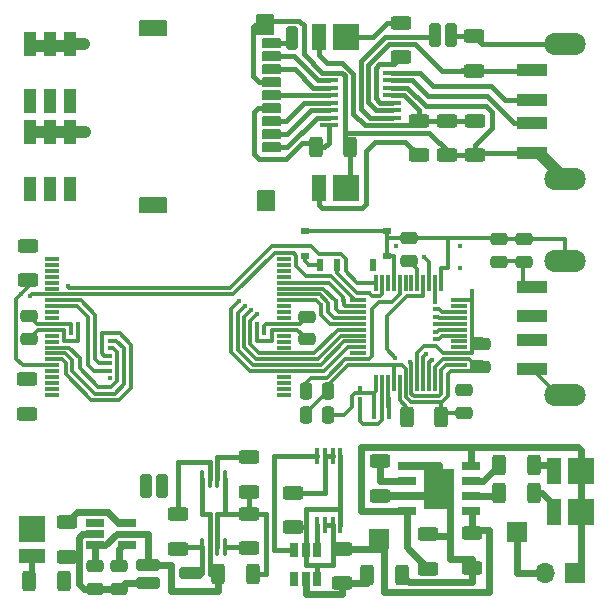
<source format=gbr>
%TF.GenerationSoftware,KiCad,Pcbnew,(6.0.5)*%
%TF.CreationDate,2023-08-07T21:45:28+03:00*%
%TF.ProjectId,JLC2,4a4c4332-2e6b-4696-9361-645f70636258,rev?*%
%TF.SameCoordinates,Original*%
%TF.FileFunction,Copper,L1,Top*%
%TF.FilePolarity,Positive*%
%FSLAX46Y46*%
G04 Gerber Fmt 4.6, Leading zero omitted, Abs format (unit mm)*
G04 Created by KiCad (PCBNEW (6.0.5)) date 2023-08-07 21:45:28*
%MOMM*%
%LPD*%
G01*
G04 APERTURE LIST*
G04 Aperture macros list*
%AMRoundRect*
0 Rectangle with rounded corners*
0 $1 Rounding radius*
0 $2 $3 $4 $5 $6 $7 $8 $9 X,Y pos of 4 corners*
0 Add a 4 corners polygon primitive as box body*
4,1,4,$2,$3,$4,$5,$6,$7,$8,$9,$2,$3,0*
0 Add four circle primitives for the rounded corners*
1,1,$1+$1,$2,$3*
1,1,$1+$1,$4,$5*
1,1,$1+$1,$6,$7*
1,1,$1+$1,$8,$9*
0 Add four rect primitives between the rounded corners*
20,1,$1+$1,$2,$3,$4,$5,0*
20,1,$1+$1,$4,$5,$6,$7,0*
20,1,$1+$1,$6,$7,$8,$9,0*
20,1,$1+$1,$8,$9,$2,$3,0*%
G04 Aperture macros list end*
%TA.AperFunction,EtchedComponent*%
%ADD10C,0.200000*%
%TD*%
%TA.AperFunction,SMDPad,CuDef*%
%ADD11RoundRect,0.250000X0.312500X0.625000X-0.312500X0.625000X-0.312500X-0.625000X0.312500X-0.625000X0*%
%TD*%
%TA.AperFunction,SMDPad,CuDef*%
%ADD12RoundRect,0.250000X0.625000X-0.312500X0.625000X0.312500X-0.625000X0.312500X-0.625000X-0.312500X0*%
%TD*%
%TA.AperFunction,SMDPad,CuDef*%
%ADD13R,1.560000X0.650000*%
%TD*%
%TA.AperFunction,SMDPad,CuDef*%
%ADD14RoundRect,0.250000X-0.475000X0.250000X-0.475000X-0.250000X0.475000X-0.250000X0.475000X0.250000X0*%
%TD*%
%TA.AperFunction,SMDPad,CuDef*%
%ADD15R,1.100000X2.000000*%
%TD*%
%TA.AperFunction,SMDPad,CuDef*%
%ADD16RoundRect,0.250000X-0.750000X0.250000X-0.750000X-0.250000X0.750000X-0.250000X0.750000X0.250000X0*%
%TD*%
%TA.AperFunction,SMDPad,CuDef*%
%ADD17RoundRect,0.250000X-0.250000X-0.475000X0.250000X-0.475000X0.250000X0.475000X-0.250000X0.475000X0*%
%TD*%
%TA.AperFunction,SMDPad,CuDef*%
%ADD18R,2.500000X1.100000*%
%TD*%
%TA.AperFunction,ComponentPad*%
%ADD19O,3.500000X1.900000*%
%TD*%
%TA.AperFunction,SMDPad,CuDef*%
%ADD20RoundRect,0.250000X-0.625000X0.312500X-0.625000X-0.312500X0.625000X-0.312500X0.625000X0.312500X0*%
%TD*%
%TA.AperFunction,SMDPad,CuDef*%
%ADD21R,1.525000X0.700000*%
%TD*%
%TA.AperFunction,SMDPad,CuDef*%
%ADD22R,2.513000X3.402000*%
%TD*%
%TA.AperFunction,SMDPad,CuDef*%
%ADD23RoundRect,0.100000X0.100000X-0.637500X0.100000X0.637500X-0.100000X0.637500X-0.100000X-0.637500X0*%
%TD*%
%TA.AperFunction,SMDPad,CuDef*%
%ADD24R,2.200000X2.200000*%
%TD*%
%TA.AperFunction,SMDPad,CuDef*%
%ADD25R,2.200000X1.250000*%
%TD*%
%TA.AperFunction,SMDPad,CuDef*%
%ADD26RoundRect,0.250000X0.250000X0.750000X-0.250000X0.750000X-0.250000X-0.750000X0.250000X-0.750000X0*%
%TD*%
%TA.AperFunction,SMDPad,CuDef*%
%ADD27RoundRect,0.250000X0.475000X-0.250000X0.475000X0.250000X-0.475000X0.250000X-0.475000X-0.250000X0*%
%TD*%
%TA.AperFunction,SMDPad,CuDef*%
%ADD28R,0.450000X1.475000*%
%TD*%
%TA.AperFunction,SMDPad,CuDef*%
%ADD29RoundRect,0.250000X-0.312500X-0.625000X0.312500X-0.625000X0.312500X0.625000X-0.312500X0.625000X0*%
%TD*%
%TA.AperFunction,SMDPad,CuDef*%
%ADD30R,1.500000X0.435000*%
%TD*%
%TA.AperFunction,ComponentPad*%
%ADD31R,1.700000X1.700000*%
%TD*%
%TA.AperFunction,SMDPad,CuDef*%
%ADD32R,1.250000X2.200000*%
%TD*%
%TA.AperFunction,SMDPad,CuDef*%
%ADD33RoundRect,0.250000X-0.250000X-0.750000X0.250000X-0.750000X0.250000X0.750000X-0.250000X0.750000X0*%
%TD*%
%TA.AperFunction,SMDPad,CuDef*%
%ADD34R,1.275000X0.300000*%
%TD*%
%TA.AperFunction,ComponentPad*%
%ADD35O,1.700000X1.700000*%
%TD*%
%TA.AperFunction,SMDPad,CuDef*%
%ADD36R,0.650000X1.200000*%
%TD*%
%TA.AperFunction,SMDPad,CuDef*%
%ADD37RoundRect,0.250000X0.250000X0.475000X-0.250000X0.475000X-0.250000X-0.475000X0.250000X-0.475000X0*%
%TD*%
%TA.AperFunction,SMDPad,CuDef*%
%ADD38R,0.300000X1.475000*%
%TD*%
%TA.AperFunction,SMDPad,CuDef*%
%ADD39R,1.475000X0.300000*%
%TD*%
%TA.AperFunction,SMDPad,CuDef*%
%ADD40R,0.500000X1.000000*%
%TD*%
%TA.AperFunction,SMDPad,CuDef*%
%ADD41R,0.800000X0.500000*%
%TD*%
%TA.AperFunction,SMDPad,CuDef*%
%ADD42R,0.400000X1.900000*%
%TD*%
%TA.AperFunction,ViaPad*%
%ADD43C,0.400000*%
%TD*%
%TA.AperFunction,ViaPad*%
%ADD44C,0.600000*%
%TD*%
%TA.AperFunction,ViaPad*%
%ADD45C,0.800000*%
%TD*%
%TA.AperFunction,Conductor*%
%ADD46C,0.400000*%
%TD*%
%TA.AperFunction,Conductor*%
%ADD47C,0.300000*%
%TD*%
%TA.AperFunction,Conductor*%
%ADD48C,0.450000*%
%TD*%
%TA.AperFunction,Conductor*%
%ADD49C,0.600000*%
%TD*%
%TA.AperFunction,Conductor*%
%ADD50C,0.500000*%
%TD*%
%TA.AperFunction,Conductor*%
%ADD51C,1.000000*%
%TD*%
%TA.AperFunction,Conductor*%
%ADD52C,0.700000*%
%TD*%
%TA.AperFunction,Conductor*%
%ADD53C,0.250000*%
%TD*%
G04 APERTURE END LIST*
D10*
%TO.C,*%
X120900000Y-66950000D02*
X119500000Y-66950000D01*
X119500000Y-66950000D02*
X119500000Y-67650000D01*
X119500000Y-67650000D02*
X120900000Y-67650000D01*
X120900000Y-67650000D02*
X120900000Y-66950000D01*
G36*
X120900000Y-66950000D02*
G01*
X119500000Y-66950000D01*
X119500000Y-67650000D01*
X120900000Y-67650000D01*
X120900000Y-66950000D01*
G37*
X120900000Y-70250000D02*
X119500000Y-70250000D01*
X119500000Y-70250000D02*
X119500000Y-70950000D01*
X119500000Y-70950000D02*
X120900000Y-70950000D01*
X120900000Y-70950000D02*
X120900000Y-70250000D01*
G36*
X120900000Y-70250000D02*
G01*
X119500000Y-70250000D01*
X119500000Y-70950000D01*
X120900000Y-70950000D01*
X120900000Y-70250000D01*
G37*
X120900000Y-69150000D02*
X119500000Y-69150000D01*
X119500000Y-69150000D02*
X119500000Y-69850000D01*
X119500000Y-69850000D02*
X120900000Y-69850000D01*
X120900000Y-69850000D02*
X120900000Y-69150000D01*
G36*
X120900000Y-69150000D02*
G01*
X119500000Y-69150000D01*
X119500000Y-69850000D01*
X120900000Y-69850000D01*
X120900000Y-69150000D01*
G37*
X120900000Y-68050000D02*
X119500000Y-68050000D01*
X119500000Y-68050000D02*
X119500000Y-68750000D01*
X119500000Y-68750000D02*
X120900000Y-68750000D01*
X120900000Y-68750000D02*
X120900000Y-68050000D01*
G36*
X120900000Y-68050000D02*
G01*
X119500000Y-68050000D01*
X119500000Y-68750000D01*
X120900000Y-68750000D01*
X120900000Y-68050000D01*
G37*
X120900000Y-65850000D02*
X119500000Y-65850000D01*
X119500000Y-65850000D02*
X119500000Y-66550000D01*
X119500000Y-66550000D02*
X120900000Y-66550000D01*
X120900000Y-66550000D02*
X120900000Y-65850000D01*
G36*
X120900000Y-65850000D02*
G01*
X119500000Y-65850000D01*
X119500000Y-66550000D01*
X120900000Y-66550000D01*
X120900000Y-65850000D01*
G37*
X111250000Y-61000000D02*
X109050000Y-61000000D01*
X109050000Y-61000000D02*
X109050000Y-62200000D01*
X109050000Y-62200000D02*
X111250000Y-62200000D01*
X111250000Y-62200000D02*
X111250000Y-61000000D01*
G36*
X111250000Y-61000000D02*
G01*
X109050000Y-61000000D01*
X109050000Y-62200000D01*
X111250000Y-62200000D01*
X111250000Y-61000000D01*
G37*
X120900000Y-71350000D02*
X119500000Y-71350000D01*
X119500000Y-71350000D02*
X119500000Y-72050000D01*
X119500000Y-72050000D02*
X120900000Y-72050000D01*
X120900000Y-72050000D02*
X120900000Y-71350000D01*
G36*
X120900000Y-71350000D02*
G01*
X119500000Y-71350000D01*
X119500000Y-72050000D01*
X120900000Y-72050000D01*
X120900000Y-71350000D01*
G37*
X111250000Y-76000000D02*
X109050000Y-76000000D01*
X109050000Y-76000000D02*
X109050000Y-77200000D01*
X109050000Y-77200000D02*
X111250000Y-77200000D01*
X111250000Y-77200000D02*
X111250000Y-76000000D01*
G36*
X111250000Y-76000000D02*
G01*
X109050000Y-76000000D01*
X109050000Y-77200000D01*
X111250000Y-77200000D01*
X111250000Y-76000000D01*
G37*
X120900000Y-63650000D02*
X119500000Y-63650000D01*
X119500000Y-63650000D02*
X119500000Y-64350000D01*
X119500000Y-64350000D02*
X120900000Y-64350000D01*
X120900000Y-64350000D02*
X120900000Y-63650000D01*
G36*
X120900000Y-63650000D02*
G01*
X119500000Y-63650000D01*
X119500000Y-64350000D01*
X120900000Y-64350000D01*
X120900000Y-63650000D01*
G37*
X120350000Y-60550000D02*
X118950000Y-60550000D01*
X118950000Y-60550000D02*
X118950000Y-62150000D01*
X118950000Y-62150000D02*
X120350000Y-62150000D01*
X120350000Y-62150000D02*
X120350000Y-60550000D01*
G36*
X120350000Y-60550000D02*
G01*
X118950000Y-60550000D01*
X118950000Y-62150000D01*
X120350000Y-62150000D01*
X120350000Y-60550000D01*
G37*
X120900000Y-64750000D02*
X119500000Y-64750000D01*
X119500000Y-64750000D02*
X119500000Y-65450000D01*
X119500000Y-65450000D02*
X120900000Y-65450000D01*
X120900000Y-65450000D02*
X120900000Y-64750000D01*
G36*
X120900000Y-64750000D02*
G01*
X119500000Y-64750000D01*
X119500000Y-65450000D01*
X120900000Y-65450000D01*
X120900000Y-64750000D01*
G37*
X120900000Y-62550000D02*
X119500000Y-62550000D01*
X119500000Y-62550000D02*
X119500000Y-63250000D01*
X119500000Y-63250000D02*
X120900000Y-63250000D01*
X120900000Y-63250000D02*
X120900000Y-62550000D01*
G36*
X120900000Y-62550000D02*
G01*
X119500000Y-62550000D01*
X119500000Y-63250000D01*
X120900000Y-63250000D01*
X120900000Y-62550000D01*
G37*
X120450000Y-75400000D02*
X119050000Y-75400000D01*
X119050000Y-75400000D02*
X119050000Y-77000000D01*
X119050000Y-77000000D02*
X120450000Y-77000000D01*
X120450000Y-77000000D02*
X120450000Y-75400000D01*
G36*
X120450000Y-75400000D02*
G01*
X119050000Y-75400000D01*
X119050000Y-77000000D01*
X120450000Y-77000000D01*
X120450000Y-75400000D01*
G37*
%TD*%
D11*
%TO.P,R1,1*%
%TO.N,N/C*%
X142402500Y-98593750D03*
%TO.P,R1,2*%
X139477500Y-98593750D03*
%TD*%
D12*
%TO.P,Rr,1*%
%TO.N,N/C*%
X112270000Y-105692500D03*
%TO.P,Rr,2*%
X112270000Y-102767500D03*
%TD*%
D13*
%TO.P,REF\u002A\u002A,1*%
%TO.N,N/C*%
X105252500Y-103510000D03*
%TO.P,REF\u002A\u002A,2*%
X105252500Y-104460000D03*
%TO.P,REF\u002A\u002A,3*%
X105252500Y-105410000D03*
%TO.P,REF\u002A\u002A,4*%
X107952500Y-105410000D03*
%TO.P,REF\u002A\u002A,5*%
X107952500Y-103510000D03*
%TD*%
D14*
%TO.P,C4,1*%
%TO.N,N/C*%
X138050001Y-88399999D03*
%TO.P,C4,2*%
X138050001Y-90299999D03*
%TD*%
D15*
%TO.P,REF\u002A\u002A,1*%
%TO.N,N/C*%
X103140000Y-62960000D03*
%TO.P,REF\u002A\u002A,2*%
X101440000Y-62960000D03*
%TO.P,REF\u002A\u002A,3*%
X99740000Y-62960000D03*
%TO.P,REF\u002A\u002A,4*%
X99740000Y-67760000D03*
%TO.P,REF\u002A\u002A,5*%
X101440000Y-67760000D03*
%TO.P,REF\u002A\u002A,6*%
X103140000Y-67760000D03*
%TD*%
D16*
%TO.P,BAT+,1*%
%TO.N,N/C*%
X109712500Y-107100000D03*
%TD*%
D17*
%TO.P,C7,1*%
%TO.N,N/C*%
X123090001Y-94349999D03*
%TO.P,C7,2*%
X124990001Y-94349999D03*
%TD*%
D11*
%TO.P,R3,1*%
%TO.N,N/C*%
X118637500Y-107810000D03*
%TO.P,R3,2*%
X115712500Y-107810000D03*
%TD*%
%TO.P,R1,1*%
%TO.N,N/C*%
X142392500Y-100963750D03*
%TO.P,R1,2*%
X139467500Y-100963750D03*
%TD*%
D18*
%TO.P,J1,1,VBUS*%
%TO.N,N/C*%
X142300000Y-65200000D03*
%TO.P,J1,2,D-*%
X142300000Y-67700000D03*
%TO.P,J1,3,D+*%
X142300000Y-69700000D03*
%TO.P,J1,4,GND*%
X142300000Y-72200000D03*
D19*
%TO.P,J1,5,Shield*%
X145050000Y-74400000D03*
X145050000Y-63000000D03*
%TD*%
D20*
%TO.P,R3,1*%
%TO.N,N/C*%
X133480000Y-104471250D03*
%TO.P,R3,2*%
X133480000Y-107396250D03*
%TD*%
D21*
%TO.P,J\u002A\u002A,1*%
%TO.N,N/C*%
X131658000Y-98708750D03*
%TO.P,J\u002A\u002A,2*%
X131658000Y-99978750D03*
%TO.P,J\u002A\u002A,3*%
X131658000Y-101248750D03*
%TO.P,J\u002A\u002A,4*%
X131658000Y-102518750D03*
%TO.P,J\u002A\u002A,5*%
X137082000Y-102518750D03*
%TO.P,J\u002A\u002A,6*%
X137082000Y-101248750D03*
%TO.P,J\u002A\u002A,7*%
X137082000Y-99978750D03*
%TO.P,J\u002A\u002A,8*%
X137082000Y-98708750D03*
D22*
%TO.P,J\u002A\u002A,9*%
X134370000Y-100613750D03*
%TD*%
D12*
%TO.P,R5,1*%
%TO.N,N/C*%
X99540001Y-94262499D03*
%TO.P,R5,2*%
X99540001Y-91337499D03*
%TD*%
D23*
%TO.P,U9,1*%
%TO.N,N/C*%
X114325000Y-105532500D03*
%TO.P,U9,2*%
X114975000Y-105532500D03*
%TO.P,U9,3*%
X115625000Y-105532500D03*
%TO.P,U9,4*%
X116275000Y-105532500D03*
%TO.P,U9,5*%
X116275000Y-99807500D03*
%TO.P,U9,6*%
X115625000Y-99807500D03*
%TO.P,U9,7*%
X114975000Y-99807500D03*
%TO.P,U9,8*%
X114325000Y-99807500D03*
%TD*%
D12*
%TO.P,Rr,1*%
%TO.N,N/C*%
X102922500Y-106392500D03*
%TO.P,Rr,2*%
X102922500Y-103467500D03*
%TD*%
%TO.P,R1,1*%
%TO.N,N/C*%
X132700000Y-72412500D03*
%TO.P,R1,2*%
X132700000Y-69487500D03*
%TD*%
D24*
%TO.P,D2,1,K*%
%TO.N,N/C*%
X99972500Y-104070000D03*
D25*
%TO.P,D2,2,A*%
X99972500Y-106345000D03*
%TD*%
D15*
%TO.P,REF\u002A\u002A,1*%
%TO.N,N/C*%
X103160000Y-70420000D03*
%TO.P,REF\u002A\u002A,2*%
X101460000Y-70420000D03*
%TO.P,REF\u002A\u002A,3*%
X99760000Y-70420000D03*
%TO.P,REF\u002A\u002A,4*%
X99760000Y-75220000D03*
%TO.P,REF\u002A\u002A,5*%
X101460000Y-75220000D03*
%TO.P,REF\u002A\u002A,6*%
X103160000Y-75220000D03*
%TD*%
D14*
%TO.P,C13,1*%
%TO.N,N/C*%
X105252500Y-107210000D03*
%TO.P,C13,2*%
X105252500Y-109110000D03*
%TD*%
D12*
%TO.P,R3,1*%
%TO.N,N/C*%
X118305000Y-100902500D03*
%TO.P,R3,2*%
X118305000Y-97977500D03*
%TD*%
%TO.P,R1,1*%
%TO.N,N/C*%
X137350000Y-65262500D03*
%TO.P,R1,2*%
X137350000Y-62337500D03*
%TD*%
D26*
%TO.P,REF\u002A\u002A,1*%
%TO.N,N/C*%
X134050000Y-62250000D03*
%TD*%
D27*
%TO.P,C3,1*%
%TO.N,N/C*%
X123190001Y-87969999D03*
%TO.P,C3,2*%
X123190001Y-86069999D03*
%TD*%
D28*
%TO.P,Q\u002A\u002A,1*%
%TO.N,N/C*%
X126035000Y-97853250D03*
%TO.P,Q\u002A\u002A,2*%
X125385000Y-97853250D03*
%TO.P,Q\u002A\u002A,3*%
X124735000Y-97853250D03*
%TO.P,Q\u002A\u002A,4*%
X124085000Y-97853250D03*
%TO.P,Q\u002A\u002A,5*%
X124085000Y-103729250D03*
%TO.P,Q\u002A\u002A,6*%
X124735000Y-103729250D03*
%TO.P,Q\u002A\u002A,7*%
X125385000Y-103729250D03*
%TO.P,Q\u002A\u002A,8*%
X126035000Y-103729250D03*
%TD*%
D29*
%TO.P,R4,1*%
%TO.N,N/C*%
X131667501Y-94529999D03*
%TO.P,R4,2*%
X134592501Y-94529999D03*
%TD*%
D30*
%TO.P,IC\u002A\u002A,1*%
%TO.N,N/C*%
X125050000Y-65396000D03*
%TO.P,IC\u002A\u002A,2*%
X125050000Y-66030000D03*
%TO.P,IC\u002A\u002A,3*%
X125050000Y-66666000D03*
%TO.P,IC\u002A\u002A,4*%
X125050000Y-67300000D03*
%TO.P,IC\u002A\u002A,5*%
X125050000Y-67936000D03*
%TO.P,IC\u002A\u002A,6*%
X125050000Y-68570000D03*
%TO.P,IC\u002A\u002A,7*%
X125050000Y-69206000D03*
%TO.P,IC\u002A\u002A,8*%
X125050000Y-69840000D03*
%TO.P,IC\u002A\u002A,9*%
X130450000Y-69840000D03*
%TO.P,IC\u002A\u002A,10*%
X130450000Y-69206000D03*
%TO.P,IC\u002A\u002A,11*%
X130450000Y-68570000D03*
%TO.P,IC\u002A\u002A,12*%
X130450000Y-67936000D03*
%TO.P,IC\u002A\u002A,13*%
X130450000Y-67300000D03*
%TO.P,IC\u002A\u002A,14*%
X130450000Y-66666000D03*
%TO.P,IC\u002A\u002A,15*%
X130450000Y-66030000D03*
%TO.P,IC\u002A\u002A,16*%
X130450000Y-65396000D03*
%TD*%
D31*
%TO.P,BAT+,1*%
%TO.N,N/C*%
X129290000Y-104918750D03*
%TD*%
D27*
%TO.P,C13,1*%
%TO.N,N/C*%
X136500001Y-94189999D03*
%TO.P,C13,2*%
X136500001Y-92289999D03*
%TD*%
D12*
%TO.P,R3,1*%
%TO.N,N/C*%
X126215000Y-108641250D03*
%TO.P,R3,2*%
X126215000Y-105716250D03*
%TD*%
D14*
%TO.P,C5,1*%
%TO.N,N/C*%
X139465001Y-79499999D03*
%TO.P,C5,2*%
X139465001Y-81399999D03*
%TD*%
D12*
%TO.P,Rr,1*%
%TO.N,N/C*%
X118320000Y-105682500D03*
%TO.P,Rr,2*%
X118320000Y-102757500D03*
%TD*%
D27*
%TO.P,C14,1*%
%TO.N,N/C*%
X131830001Y-81329999D03*
%TO.P,C14,2*%
X131830001Y-79429999D03*
%TD*%
D26*
%TO.P,REF\u002A\u002A,1*%
%TO.N,N/C*%
X135400000Y-62250000D03*
%TD*%
D24*
%TO.P,D2,1,K*%
%TO.N,N/C*%
X146435000Y-99163750D03*
D32*
%TO.P,D2,2,A*%
X144160000Y-99163750D03*
%TD*%
D27*
%TO.P,C1,1*%
%TO.N,N/C*%
X99680001Y-87919999D03*
%TO.P,C1,2*%
X99680001Y-86019999D03*
%TD*%
D16*
%TO.P,BAT-,1*%
%TO.N,N/C*%
X109722500Y-108620000D03*
%TD*%
D33*
%TO.P,VCC,1*%
%TO.N,N/C*%
X110940000Y-100420000D03*
%TD*%
D26*
%TO.P,,1*%
%TO.N,N/C*%
X121950000Y-62500000D03*
%TD*%
D12*
%TO.P,R1,1*%
%TO.N,N/C*%
X131150000Y-64112500D03*
%TO.P,R1,2*%
X131150000Y-61187500D03*
%TD*%
D24*
%TO.P,D2,1,K*%
%TO.N,N/C*%
X126500000Y-62400000D03*
D32*
%TO.P,D2,2,A*%
X124225000Y-62400000D03*
%TD*%
D29*
%TO.P,R3,1*%
%TO.N,N/C*%
X128327500Y-107901250D03*
%TO.P,R3,2*%
X131252500Y-107901250D03*
%TD*%
D34*
%TO.P,m1,1,N.C_1*%
%TO.N,N/C*%
X101622001Y-81179999D03*
%TO.P,m1,2,N.C_2*%
X101622001Y-81679999D03*
%TO.P,m1,3,N.C_3*%
X101622001Y-82179999D03*
%TO.P,m1,4,N.C_4*%
X101622001Y-82679999D03*
%TO.P,m1,5,N.C_5*%
X101622001Y-83179999D03*
%TO.P,m1,6,N.C_6*%
X101622001Y-83679999D03*
%TO.P,m1,7,R/~{B}*%
X101622001Y-84179999D03*
%TO.P,m1,8,~{RE}*%
X101622001Y-84679999D03*
%TO.P,m1,9,~{CE}*%
X101622001Y-85179999D03*
%TO.P,m1,10,N.C_7*%
X101622001Y-85679999D03*
%TO.P,m1,11,N.C_8*%
X101622001Y-86179999D03*
%TO.P,m1,12,VCC_1*%
X101622001Y-86679999D03*
%TO.P,m1,13,VSS_1*%
X101622001Y-87179999D03*
%TO.P,m1,14,N.C_9*%
X101622001Y-87679999D03*
%TO.P,m1,15,N.C_10*%
X101622001Y-88179999D03*
%TO.P,m1,16,CLE*%
X101622001Y-88679999D03*
%TO.P,m1,17,ALE*%
X101622001Y-89179999D03*
%TO.P,m1,18,~{WE}*%
X101622001Y-89679999D03*
%TO.P,m1,19,~{WP}*%
X101622001Y-90179999D03*
%TO.P,m1,20,N.C_11*%
X101622001Y-90679999D03*
%TO.P,m1,21,N.C_12*%
X101622001Y-91179999D03*
%TO.P,m1,22,N.C_13*%
X101622001Y-91679999D03*
%TO.P,m1,23,N.C_14*%
X101622001Y-92179999D03*
%TO.P,m1,24,N.C_15*%
X101622001Y-92679999D03*
%TO.P,m1,25,N.C_16*%
X121298001Y-92679999D03*
%TO.P,m1,26,N.C_17*%
X121298001Y-92179999D03*
%TO.P,m1,27,N.C_18*%
X121298001Y-91679999D03*
%TO.P,m1,28,N.C_19*%
X121298001Y-91179999D03*
%TO.P,m1,29,I/O0*%
X121298001Y-90679999D03*
%TO.P,m1,30,I/O1*%
X121298001Y-90179999D03*
%TO.P,m1,31,I/O2*%
X121298001Y-89679999D03*
%TO.P,m1,32,I/O3*%
X121298001Y-89179999D03*
%TO.P,m1,33,N.C_20*%
X121298001Y-88679999D03*
%TO.P,m1,34,N.C_21*%
X121298001Y-88179999D03*
%TO.P,m1,35,N.C_22*%
X121298001Y-87679999D03*
%TO.P,m1,36,VSS_2*%
X121298001Y-87179999D03*
%TO.P,m1,37,VCC_2*%
X121298001Y-86679999D03*
%TO.P,m1,38,N.C_23*%
X121298001Y-86179999D03*
%TO.P,m1,39,N.C_24*%
X121298001Y-85679999D03*
%TO.P,m1,40,N.C_25*%
X121298001Y-85179999D03*
%TO.P,m1,41,I/O4*%
X121298001Y-84679999D03*
%TO.P,m1,42,I/O5*%
X121298001Y-84179999D03*
%TO.P,m1,43,I/O6*%
X121298001Y-83679999D03*
%TO.P,m1,44,I/O7*%
X121298001Y-83179999D03*
%TO.P,m1,45,N.C_26*%
X121298001Y-82679999D03*
%TO.P,m1,46,N.C_27*%
X121298001Y-82179999D03*
%TO.P,m1,47,N.C_28*%
X121298001Y-81679999D03*
%TO.P,m1,48,N.C_29*%
X121298001Y-81179999D03*
%TD*%
D12*
%TO.P,R1,1*%
%TO.N,N/C*%
X121995000Y-103903750D03*
%TO.P,R1,2*%
X121995000Y-100978750D03*
%TD*%
D11*
%TO.P,R1,1*%
%TO.N,N/C*%
X126862500Y-71735500D03*
%TO.P,R1,2*%
X123937500Y-71735500D03*
%TD*%
D29*
%TO.P,Rr,1*%
%TO.N,N/C*%
X99700000Y-108460000D03*
%TO.P,Rr,2*%
X102625000Y-108460000D03*
%TD*%
D31*
%TO.P,-USB+,1*%
%TO.N,N/C*%
X145865000Y-107778750D03*
D35*
%TO.P,-USB+,2*%
X143325000Y-107778750D03*
%TD*%
D24*
%TO.P,D2,1,K*%
%TO.N,N/C*%
X146435000Y-102573750D03*
D32*
%TO.P,D2,2,A*%
X144160000Y-102573750D03*
%TD*%
D33*
%TO.P,GND,1*%
%TO.N,N/C*%
X109550000Y-100420000D03*
%TD*%
D24*
%TO.P,D2,1,K*%
%TO.N,N/C*%
X126500000Y-75200000D03*
D32*
%TO.P,D2,2,A*%
X124225000Y-75200000D03*
%TD*%
D20*
%TO.P,R3,1*%
%TO.N,N/C*%
X99580001Y-80047499D03*
%TO.P,R3,2*%
X99580001Y-82972499D03*
%TD*%
D18*
%TO.P,J1,1,VBUS*%
%TO.N,N/C*%
X142300001Y-83519999D03*
%TO.P,J1,2,D-*%
X142300001Y-86019999D03*
%TO.P,J1,3,D+*%
X142300001Y-88019999D03*
%TO.P,J1,4,GND*%
X142300001Y-90519999D03*
D19*
%TO.P,J1,5,Shield*%
X145050001Y-81319999D03*
X145050001Y-92719999D03*
%TD*%
D31*
%TO.P,BAT-,1*%
%TO.N,N/C*%
X140970000Y-104308750D03*
%TD*%
D36*
%TO.P,IC\u002A\u002A,1*%
%TO.N,N/C*%
X124040000Y-105791250D03*
%TO.P,IC\u002A\u002A,2*%
X123090000Y-105791250D03*
%TO.P,IC\u002A\u002A,3*%
X122140000Y-105791250D03*
%TO.P,IC\u002A\u002A,4*%
X122140000Y-108291250D03*
%TO.P,IC\u002A\u002A,5*%
X123090000Y-108291250D03*
%TO.P,IC\u002A\u002A,6*%
X124040000Y-108291250D03*
%TD*%
D12*
%TO.P,R3,1*%
%TO.N,N/C*%
X129360000Y-101206250D03*
%TO.P,R3,2*%
X129360000Y-98281250D03*
%TD*%
D14*
%TO.P,C13,1*%
%TO.N,N/C*%
X107302500Y-107210000D03*
%TO.P,C13,2*%
X107302500Y-109110000D03*
%TD*%
D37*
%TO.P,C16,1*%
%TO.N,N/C*%
X125000001Y-92319999D03*
%TO.P,C16,2*%
X123100001Y-92319999D03*
%TD*%
D38*
%TO.P,f1,1,VDDA*%
%TO.N,N/C*%
X129058001Y-91647999D03*
%TO.P,f1,2,OSCIN*%
X129558001Y-91647999D03*
%TO.P,f1,3,OSCOUT*%
X130058001Y-91647999D03*
%TO.P,f1,4,VSSA*%
X130558001Y-91647999D03*
%TO.P,f1,5,RREF*%
X131058001Y-91647999D03*
%TO.P,f1,6,VSSC*%
X131558001Y-91647999D03*
%TO.P,f1,7,VDDC*%
X132058001Y-91647999D03*
%TO.P,f1,8,VDD3*%
X132558001Y-91647999D03*
%TO.P,f1,9,USBDP*%
X133058001Y-91647999D03*
%TO.P,f1,10,USBDM*%
X133558001Y-91647999D03*
%TO.P,f1,11,VSSBL*%
X134058001Y-91647999D03*
%TO.P,f1,12,VDDBL*%
X134558001Y-91647999D03*
D39*
%TO.P,f1,13,VDDOUSB*%
X136046001Y-90159999D03*
%TO.P,f1,14,VSS_4*%
X136046001Y-89659999D03*
%TO.P,f1,15,VDD33_4*%
X136046001Y-89159999D03*
%TO.P,f1,16,NAND_CE4*%
X136046001Y-88659999D03*
%TO.P,f1,17,NAND_CE3*%
X136046001Y-88159999D03*
%TO.P,f1,18,NAND_CE2*%
X136046001Y-87659999D03*
%TO.P,f1,19,NAND_CE1*%
X136046001Y-87159999D03*
%TO.P,f1,20,NAND_RE*%
X136046001Y-86659999D03*
%TO.P,f1,21,NAND_WE*%
X136046001Y-86159999D03*
%TO.P,f1,22,NAND_CLE*%
X136046001Y-85659999D03*
%TO.P,f1,23,NC_1*%
X136046001Y-85159999D03*
%TO.P,f1,24,VDD33_3*%
X136046001Y-84659999D03*
D38*
%TO.P,f1,25,VSS_3*%
X134558001Y-83171999D03*
%TO.P,f1,26,NAND_ALE/EEPROM_SDA*%
X134058001Y-83171999D03*
%TO.P,f1,27,LED1*%
X133558001Y-83171999D03*
%TO.P,f1,28,LED2*%
X133058001Y-83171999D03*
%TO.P,f1,29,RESET*%
X132558001Y-83171999D03*
%TO.P,f1,30,NC_2*%
X132058001Y-83171999D03*
%TO.P,f1,31,NC_3*%
X131558001Y-83171999D03*
%TO.P,f1,32,VDD33_2*%
X131058001Y-83171999D03*
%TO.P,f1,33,VSS_2*%
X130558001Y-83171999D03*
%TO.P,f1,34,EEPROM_SCL*%
X130058001Y-83171999D03*
%TO.P,f1,35,READ_ONLY*%
X129558001Y-83171999D03*
%TO.P,f1,36,NAND_WP*%
X129058001Y-83171999D03*
D39*
%TO.P,f1,37,NAND_RNB*%
X127570001Y-84659999D03*
%TO.P,f1,38,NAND_D[7]*%
X127570001Y-85159999D03*
%TO.P,f1,39,NAND_D[6]*%
X127570001Y-85659999D03*
%TO.P,f1,40,NAND_D[5]*%
X127570001Y-86159999D03*
%TO.P,f1,41,NAND_D[4]*%
X127570001Y-86659999D03*
%TO.P,f1,42,NAND_D[3]*%
X127570001Y-87159999D03*
%TO.P,f1,43,NAND_D[2]*%
X127570001Y-87659999D03*
%TO.P,f1,44,NAND_D[1]*%
X127570001Y-88159999D03*
%TO.P,f1,45,NAND_D[0]*%
X127570001Y-88659999D03*
%TO.P,f1,46,NC_4*%
X127570001Y-89159999D03*
%TO.P,f1,47,VDD33_1*%
X127570001Y-89659999D03*
%TO.P,f1,48,VSS_1*%
X127570001Y-90159999D03*
%TD*%
D40*
%TO.P,SW1,A1,NC*%
%TO.N,N/C*%
X128780001Y-81689999D03*
%TO.P,SW1,B1,COM*%
X125780001Y-81689999D03*
%TO.P,SW1,C1,NO*%
X124280001Y-81689999D03*
D41*
%TO.P,SW1,MP1,MP1*%
X123080001Y-80889999D03*
%TO.P,SW1,MP2,MP2*%
X123080001Y-78789999D03*
%TO.P,SW1,MP3,MP3*%
X129980001Y-78789999D03*
%TO.P,SW1,MP4,MP4*%
X129980001Y-80889999D03*
%TD*%
D12*
%TO.P,R1,1*%
%TO.N,N/C*%
X135050000Y-72412500D03*
%TO.P,R1,2*%
X135050000Y-69487500D03*
%TD*%
%TO.P,R1,1*%
%TO.N,N/C*%
X137400000Y-72412500D03*
%TO.P,R1,2*%
X137400000Y-69487500D03*
%TD*%
D14*
%TO.P,C8,1*%
%TO.N,N/C*%
X141585001Y-79499999D03*
%TO.P,C8,2*%
X141585001Y-81399999D03*
%TD*%
D20*
%TO.P,R3,1*%
%TO.N,N/C*%
X137210000Y-104391250D03*
%TO.P,R3,2*%
X137210000Y-107316250D03*
%TD*%
D16*
%TO.P,,1*%
%TO.N,N/C*%
X113430000Y-107770000D03*
%TD*%
D42*
%TO.P,Y2,1,1*%
%TO.N,N/C*%
X127720001Y-93819999D03*
%TO.P,Y2,2,2*%
X128920001Y-93819999D03*
%TO.P,Y2,3,3*%
X130120001Y-93819999D03*
%TD*%
D43*
%TO.N,*%
X130660001Y-89519999D03*
D44*
X109610000Y-100420000D03*
D43*
X125660001Y-84759999D03*
X141520001Y-81939999D03*
X103220001Y-87479999D03*
D45*
X104400000Y-70430000D03*
D43*
X134030001Y-87339999D03*
D44*
X105232500Y-103505000D03*
D43*
X99540001Y-91337499D03*
X130710001Y-80119999D03*
X106500001Y-90639999D03*
X123415001Y-81674999D03*
D45*
X104360000Y-63010000D03*
D43*
X99540001Y-94262499D03*
X99580001Y-80019999D03*
D44*
X107952500Y-105410000D03*
D45*
X101460000Y-67740000D03*
D43*
X98970001Y-84159999D03*
X134030001Y-87969999D03*
X106530001Y-88119999D03*
X118450001Y-85499999D03*
D44*
X102625000Y-108460000D03*
D43*
X136210001Y-81949999D03*
X142300001Y-88019999D03*
X129980001Y-80899999D03*
D45*
X99750000Y-67760000D03*
D44*
X110870000Y-100400000D03*
D43*
X117940001Y-85139999D03*
X128450001Y-84049999D03*
D45*
X137210000Y-107248750D03*
D44*
X109722500Y-108620000D03*
D43*
X134040001Y-86709999D03*
D44*
X100012500Y-104030000D03*
D43*
X134050001Y-85449999D03*
X103840001Y-86679999D03*
X137180001Y-83919999D03*
X134060001Y-84819999D03*
D45*
X103160000Y-67730000D03*
X99720000Y-75230000D03*
D43*
X119580001Y-87459999D03*
X131970001Y-89919999D03*
D45*
X101420000Y-75230000D03*
D43*
X133790001Y-89709999D03*
X126320001Y-84749999D03*
X106500001Y-91269999D03*
X134050001Y-86079999D03*
X123100001Y-92319999D03*
X133120001Y-81019999D03*
X142300001Y-86019999D03*
X125030001Y-85079999D03*
X106510001Y-90009999D03*
X99790001Y-84279999D03*
X106520001Y-88749999D03*
X136480001Y-92259999D03*
X118990001Y-85869999D03*
X133330001Y-89229999D03*
X127700001Y-92069999D03*
D45*
X103140000Y-75190000D03*
D43*
X102950001Y-83489999D03*
X106520001Y-89379999D03*
X124400001Y-85089999D03*
X119010001Y-86679999D03*
X136210001Y-80049999D03*
X130558001Y-90159999D03*
X117450001Y-84759999D03*
D44*
X118305000Y-97977500D03*
%TD*%
D46*
%TO.N,*%
X121485500Y-70600000D02*
X123515500Y-68570000D01*
D47*
X125660001Y-84739999D02*
X125660001Y-85399999D01*
X124110001Y-89679999D02*
X126130001Y-87659999D01*
X137200001Y-89899999D02*
X138050001Y-89899999D01*
D46*
X118320000Y-105532500D02*
X118320000Y-105682500D01*
X126500000Y-75200000D02*
X126862500Y-74837500D01*
D47*
X129558001Y-91647999D02*
X129558001Y-94841999D01*
D46*
X123515500Y-68570000D02*
X125050000Y-68570000D01*
D48*
X124085000Y-97853250D02*
X120445000Y-97853250D01*
D47*
X135150001Y-92789999D02*
X134620001Y-93319999D01*
X123100001Y-91639999D02*
X123100001Y-92319999D01*
X133330001Y-89229999D02*
X133058001Y-89501999D01*
X106940001Y-92569999D02*
X107710001Y-91799999D01*
D46*
X127800000Y-68450000D02*
X128556000Y-69206000D01*
D49*
X139182500Y-101248750D02*
X139467500Y-100963750D01*
D47*
X125000001Y-91859999D02*
X125000001Y-92319999D01*
X141520001Y-81389999D02*
X139490001Y-81389999D01*
D48*
X124040000Y-107071250D02*
X124040000Y-108291250D01*
D47*
X127462001Y-83171999D02*
X129058001Y-83171999D01*
X123080001Y-78799999D02*
X129980001Y-78799999D01*
X121298001Y-90179999D02*
X124360001Y-90179999D01*
D46*
X118637500Y-107810000D02*
X119745000Y-107810000D01*
X135487500Y-62337500D02*
X135400000Y-62250000D01*
D47*
X138050001Y-87949999D02*
X138050001Y-88399999D01*
D46*
X137350000Y-65262500D02*
X142237500Y-65262500D01*
D49*
X135330000Y-106563750D02*
X135330000Y-104593750D01*
X142392500Y-100963750D02*
X143150000Y-100963750D01*
D47*
X137200001Y-89899999D02*
X137200001Y-90319999D01*
D50*
X99972500Y-108460000D02*
X99700000Y-108460000D01*
D48*
X125385000Y-105818750D02*
X125385000Y-107071250D01*
D47*
X121298001Y-84679999D02*
X123990001Y-84679999D01*
X141520001Y-83519999D02*
X142300001Y-83519999D01*
D49*
X127750000Y-97113750D02*
X137082000Y-97113750D01*
X137082000Y-101248750D02*
X139182500Y-101248750D01*
X135330000Y-100613750D02*
X134370000Y-100613750D01*
D47*
X134330001Y-86079999D02*
X134410001Y-86159999D01*
X121298001Y-83679999D02*
X124600001Y-83679999D01*
X141520001Y-81389999D02*
X141520001Y-83519999D01*
X135150001Y-81929999D02*
X134558001Y-81929999D01*
X123415001Y-81674999D02*
X123440001Y-81699999D01*
X122400001Y-87179999D02*
X123190001Y-87969999D01*
D46*
X122164500Y-65100000D02*
X123730500Y-66666000D01*
D47*
X126290001Y-84429999D02*
X126290001Y-84769999D01*
D46*
X130577000Y-64685500D02*
X131150000Y-64112500D01*
D47*
X116700001Y-83639999D02*
X120290001Y-80049999D01*
X135150001Y-79429999D02*
X139465001Y-79429999D01*
X124890001Y-91219999D02*
X123520001Y-91219999D01*
X129990001Y-79429999D02*
X131830001Y-79429999D01*
X127720001Y-94909999D02*
X127720001Y-93819999D01*
X134050001Y-86079999D02*
X134330001Y-86079999D01*
D51*
X103170000Y-70430000D02*
X103160000Y-70420000D01*
D46*
X123937500Y-71400000D02*
X122800000Y-71400000D01*
D52*
X129402500Y-101248750D02*
X129360000Y-101206250D01*
D46*
X118700000Y-72300000D02*
X118700000Y-68750000D01*
X131537500Y-71250000D02*
X132700000Y-72412500D01*
X138850000Y-68750000D02*
X138350000Y-68250000D01*
D47*
X136046001Y-84659999D02*
X137180001Y-84659999D01*
D48*
X125385000Y-103729250D02*
X125385000Y-105818750D01*
D47*
X134058001Y-91647999D02*
X134058001Y-90311999D01*
D46*
X116275000Y-105532500D02*
X118320000Y-105532500D01*
X132700000Y-68600000D02*
X131400000Y-67300000D01*
X115625000Y-99807500D02*
X115625000Y-97977500D01*
D47*
X108320001Y-88459999D02*
X107340001Y-87479999D01*
D49*
X137210000Y-106563750D02*
X137210000Y-107248750D01*
D46*
X137400000Y-72412500D02*
X137612500Y-72200000D01*
D47*
X123990001Y-84679999D02*
X124400001Y-85089999D01*
X127250001Y-92489999D02*
X127000001Y-92739999D01*
D49*
X109712500Y-107100000D02*
X111730000Y-107100000D01*
D47*
X127250001Y-92489999D02*
X127700001Y-92489999D01*
X137180001Y-89159999D02*
X136800001Y-89159999D01*
X106810001Y-88749999D02*
X106520001Y-88749999D01*
D46*
X138450000Y-67400000D02*
X140750000Y-69700000D01*
D47*
X121298001Y-89179999D02*
X123830001Y-89179999D01*
X103970001Y-90389999D02*
X105560001Y-91979999D01*
X130558001Y-90159999D02*
X130558001Y-91647999D01*
D49*
X137210000Y-104611250D02*
X137210000Y-104023750D01*
D46*
X126862500Y-74837500D02*
X126862500Y-71735500D01*
D49*
X126215000Y-109531250D02*
X126215000Y-108641250D01*
D47*
X137180001Y-88389999D02*
X138050001Y-88389999D01*
D46*
X116275000Y-102757500D02*
X116362500Y-102757500D01*
X132347500Y-69840000D02*
X132700000Y-69487500D01*
X114975000Y-105532500D02*
X114975000Y-102790000D01*
D47*
X134030001Y-87969999D02*
X134350001Y-87969999D01*
X145050001Y-81319999D02*
X145050001Y-79489999D01*
X130660001Y-89519999D02*
X129980001Y-88839999D01*
X125030001Y-85659999D02*
X125030001Y-84899999D01*
X125040001Y-83179999D02*
X126290001Y-84429999D01*
D49*
X104202500Y-104460000D02*
X103902500Y-104760000D01*
D47*
X122320001Y-81809999D02*
X123170001Y-82659999D01*
X131558001Y-90497999D02*
X131220001Y-90159999D01*
D49*
X126215000Y-108641250D02*
X128327500Y-108641250D01*
D47*
X133058001Y-84289999D02*
X133058001Y-83171999D01*
X126500001Y-81149999D02*
X126500001Y-82209999D01*
D46*
X126400000Y-70435500D02*
X126400000Y-71273000D01*
D47*
X129558001Y-84141999D02*
X129390001Y-84309999D01*
X102770001Y-90939999D02*
X104940001Y-93109999D01*
D49*
X142402500Y-98593750D02*
X143590000Y-98593750D01*
D47*
X135370001Y-90699999D02*
X135150001Y-90919999D01*
D49*
X135330000Y-104593750D02*
X135330000Y-100613750D01*
D47*
X126130001Y-87659999D02*
X127570001Y-87659999D01*
X105840001Y-87479999D02*
X105840001Y-89179999D01*
X134750001Y-89159999D02*
X134150001Y-88559999D01*
X134390001Y-92789999D02*
X134558001Y-92621999D01*
D46*
X122114500Y-64000000D02*
X124144500Y-66030000D01*
D47*
X107340001Y-87479999D02*
X105840001Y-87479999D01*
D46*
X129400500Y-67936000D02*
X129050000Y-67585500D01*
D49*
X123090000Y-108291250D02*
X123090000Y-109531250D01*
D47*
X117870001Y-86079999D02*
X118450001Y-85499999D01*
D48*
X123090000Y-102341250D02*
X123090000Y-103903750D01*
D46*
X134050000Y-62250000D02*
X133950000Y-62350000D01*
D47*
X127570001Y-85659999D02*
X125920001Y-85659999D01*
X131558001Y-91647999D02*
X131558001Y-92847999D01*
X134558001Y-92621999D02*
X134558001Y-91647999D01*
D46*
X132214500Y-70485500D02*
X133585500Y-70485500D01*
D47*
X134710001Y-89659999D02*
X136046001Y-89659999D01*
X119580001Y-86829999D02*
X119730001Y-86679999D01*
D46*
X120550000Y-62900000D02*
X121550000Y-62900000D01*
D47*
X124310001Y-84179999D02*
X121298001Y-84179999D01*
X136500001Y-94189999D02*
X134932501Y-94189999D01*
D46*
X133585500Y-70485500D02*
X135300000Y-72200000D01*
D49*
X133490000Y-104631250D02*
X133527500Y-104593750D01*
D47*
X99890001Y-84179999D02*
X101622001Y-84179999D01*
D49*
X137210000Y-106563750D02*
X135330000Y-106563750D01*
D51*
X99760000Y-70420000D02*
X103160000Y-70420000D01*
D52*
X131658000Y-101248750D02*
X133735000Y-101248750D01*
D47*
X119580001Y-87459999D02*
X119580001Y-86829999D01*
D48*
X125385000Y-103729250D02*
X124735000Y-103729250D01*
D47*
X116810001Y-85399999D02*
X117450001Y-84759999D01*
X103350001Y-90639999D02*
X105280001Y-92569999D01*
D49*
X137210000Y-108533750D02*
X131885000Y-108533750D01*
D47*
X125130001Y-86659999D02*
X124400001Y-85929999D01*
D46*
X112270000Y-105532500D02*
X112270000Y-105692500D01*
D47*
X132058001Y-92587999D02*
X132260001Y-92789999D01*
D46*
X120884500Y-70600000D02*
X121485500Y-70600000D01*
X138012500Y-63000000D02*
X145050000Y-63000000D01*
D47*
X124600001Y-83679999D02*
X125660001Y-84739999D01*
X134058001Y-84817999D02*
X134058001Y-83171999D01*
X104690001Y-90179999D02*
X105150001Y-90639999D01*
X129980001Y-88839999D02*
X129980001Y-86029999D01*
X100420001Y-87179999D02*
X99680001Y-87919999D01*
X102760001Y-89179999D02*
X103350001Y-89769999D01*
X119020001Y-86679999D02*
X119010001Y-86679999D01*
D46*
X131716000Y-66666000D02*
X130450000Y-66666000D01*
X131150000Y-61187500D02*
X130012500Y-61187500D01*
X118650000Y-65700000D02*
X119150000Y-66200000D01*
D47*
X124400001Y-85929999D02*
X124400001Y-85089999D01*
D49*
X146435000Y-102573750D02*
X146435000Y-107778750D01*
D47*
X132058001Y-91647999D02*
X132058001Y-92587999D01*
D46*
X124225000Y-75200000D02*
X124225000Y-76625000D01*
D47*
X116810001Y-89089999D02*
X116810001Y-87589999D01*
X131058001Y-84141999D02*
X130370001Y-84829999D01*
X134350001Y-87969999D02*
X134660001Y-87659999D01*
X133558001Y-89941999D02*
X133790001Y-89709999D01*
X107710001Y-88749999D02*
X107080001Y-88119999D01*
X128760001Y-89379999D02*
X128480001Y-89659999D01*
X134058001Y-90311999D02*
X134710001Y-89659999D01*
D46*
X126214500Y-64550000D02*
X124900000Y-64550000D01*
D49*
X103902500Y-108710000D02*
X104302500Y-109110000D01*
D47*
X102630001Y-88099999D02*
X103840001Y-88099999D01*
D50*
X99972500Y-106345000D02*
X99972500Y-108460000D01*
D47*
X99790001Y-84279999D02*
X99890001Y-84179999D01*
X104040001Y-84679999D02*
X105250001Y-85889999D01*
D46*
X132400000Y-63000000D02*
X134662500Y-65262500D01*
D51*
X103190000Y-63010000D02*
X104360000Y-63010000D01*
D47*
X102630001Y-87179999D02*
X102630001Y-88099999D01*
X129310001Y-84829999D02*
X128760001Y-85379999D01*
D46*
X128400000Y-67900000D02*
X128400000Y-64750000D01*
D48*
X126035000Y-102341250D02*
X126035000Y-103729250D01*
D47*
X125780001Y-82369999D02*
X125780001Y-81699999D01*
D46*
X124650000Y-71735500D02*
X123937500Y-71735500D01*
X119050000Y-68400000D02*
X120200000Y-68400000D01*
D47*
X103780001Y-85179999D02*
X104690001Y-86089999D01*
X101622001Y-86679999D02*
X100340001Y-86679999D01*
X118910001Y-89679999D02*
X117870001Y-88639999D01*
X119020001Y-87389999D02*
X119020001Y-86679999D01*
D46*
X138350000Y-68250000D02*
X133300000Y-68250000D01*
D47*
X117340001Y-89619999D02*
X116810001Y-89089999D01*
D46*
X116362500Y-102757500D02*
X118320000Y-102757500D01*
X137350000Y-62337500D02*
X135487500Y-62337500D01*
D47*
X137200001Y-90699999D02*
X138050001Y-90699999D01*
D51*
X103140000Y-62960000D02*
X103190000Y-63010000D01*
D47*
X130058001Y-91647999D02*
X130058001Y-93747999D01*
X130370001Y-84829999D02*
X129310001Y-84829999D01*
D46*
X134662500Y-65262500D02*
X137350000Y-65262500D01*
D49*
X123090000Y-109531250D02*
X126215000Y-109531250D01*
D47*
X126700001Y-90159999D02*
X125000001Y-91859999D01*
X100340001Y-86679999D02*
X99680001Y-86019999D01*
D46*
X127800000Y-64400000D02*
X127800000Y-68450000D01*
D49*
X138660000Y-109383750D02*
X138660000Y-104098750D01*
D46*
X115625000Y-97977500D02*
X118305000Y-97977500D01*
D47*
X127980001Y-95169999D02*
X127720001Y-94909999D01*
X121298001Y-90179999D02*
X118650001Y-90179999D01*
D46*
X130150000Y-63000000D02*
X132400000Y-63000000D01*
D47*
X129980001Y-78799999D02*
X129980001Y-80899999D01*
D49*
X137210000Y-107248750D02*
X137210000Y-108533750D01*
D47*
X137180001Y-83919999D02*
X137180001Y-84659999D01*
D53*
X103832500Y-105520000D02*
X103902500Y-105450000D01*
D46*
X125050000Y-66666000D02*
X123730500Y-66666000D01*
D49*
X146435000Y-97388750D02*
X146435000Y-99163750D01*
D47*
X117730001Y-89259999D02*
X117350001Y-88879999D01*
X126340001Y-94349999D02*
X124990001Y-94349999D01*
D48*
X123090000Y-107071250D02*
X123090000Y-105791250D01*
D46*
X126160500Y-65396000D02*
X126400000Y-65635500D01*
X121450000Y-72750000D02*
X119150000Y-72750000D01*
D47*
X129230001Y-95169999D02*
X127980001Y-95169999D01*
X130058001Y-93747999D02*
X130130001Y-93819999D01*
D49*
X109602500Y-107210000D02*
X109712500Y-107100000D01*
D47*
X122580001Y-86679999D02*
X123190001Y-86069999D01*
X126320001Y-85049999D02*
X126320001Y-84749999D01*
D52*
X131658000Y-98708750D02*
X134370000Y-98708750D01*
D47*
X129558001Y-83171999D02*
X129558001Y-84141999D01*
X127570001Y-86659999D02*
X125130001Y-86659999D01*
D49*
X133490000Y-107556250D02*
X133480000Y-107546250D01*
D47*
X98600001Y-84529999D02*
X98600001Y-89629999D01*
X105250001Y-85889999D02*
X105250001Y-89649999D01*
X127250001Y-84659999D02*
X127570001Y-84659999D01*
X131220001Y-90159999D02*
X130040001Y-90159999D01*
X136046001Y-89159999D02*
X136800001Y-89159999D01*
X123440001Y-81699999D02*
X124280001Y-81699999D01*
D46*
X124029500Y-69206000D02*
X125050000Y-69206000D01*
D47*
X126070001Y-80719999D02*
X126500001Y-81149999D01*
D46*
X137400000Y-71500000D02*
X138850000Y-70050000D01*
D47*
X123080001Y-80899999D02*
X123080001Y-81339999D01*
D46*
X120200000Y-69500000D02*
X121435500Y-69500000D01*
X124900000Y-64550000D02*
X124225000Y-63875000D01*
D47*
X133110001Y-88559999D02*
X132558001Y-89111999D01*
X137180001Y-87949999D02*
X137180001Y-88389999D01*
X123830001Y-89179999D02*
X125850001Y-87159999D01*
X137180001Y-87949999D02*
X138050001Y-87949999D01*
X130558001Y-83171999D02*
X130558001Y-80899999D01*
X118650001Y-90179999D02*
X117730001Y-89259999D01*
D46*
X124450000Y-76850000D02*
X127850000Y-76850000D01*
D47*
X138050001Y-88389999D02*
X138050001Y-88399999D01*
D46*
X137400000Y-72412500D02*
X137400000Y-71500000D01*
D47*
X101622001Y-87179999D02*
X100420001Y-87179999D01*
X133058001Y-89501999D02*
X133058001Y-91647999D01*
X106040001Y-89379999D02*
X106520001Y-89379999D01*
D46*
X122950000Y-63835500D02*
X122950000Y-61400000D01*
X128400000Y-64750000D02*
X130150000Y-63000000D01*
D49*
X143150000Y-100963750D02*
X144160000Y-101973750D01*
D47*
X126380001Y-88159999D02*
X127570001Y-88159999D01*
D46*
X116275000Y-99807500D02*
X116275000Y-102757500D01*
D49*
X137210000Y-104098750D02*
X137210000Y-104391250D01*
X143590000Y-98593750D02*
X144160000Y-99163750D01*
D46*
X130450000Y-69840000D02*
X128090000Y-69840000D01*
D47*
X129058001Y-92361999D02*
X129058001Y-91647999D01*
D46*
X128090000Y-69840000D02*
X127150000Y-68900000D01*
D47*
X123590001Y-80049999D02*
X124260001Y-80719999D01*
X123170001Y-82659999D02*
X125250001Y-82659999D01*
X137180001Y-84659999D02*
X137180001Y-87949999D01*
X126450001Y-89659999D02*
X124890001Y-91219999D01*
X117350001Y-85729999D02*
X117940001Y-85139999D01*
X127480001Y-84069999D02*
X125780001Y-82369999D01*
D46*
X114325000Y-105532500D02*
X114325000Y-107770000D01*
D47*
X101622001Y-87179999D02*
X102630001Y-87179999D01*
X131558001Y-92847999D02*
X132000001Y-93289999D01*
X126430001Y-85159999D02*
X126320001Y-85049999D01*
D49*
X111730000Y-109310000D02*
X115712500Y-109310000D01*
X107602500Y-105410000D02*
X107952500Y-105410000D01*
D46*
X137400000Y-72412500D02*
X135050000Y-72412500D01*
D47*
X145050001Y-79489999D02*
X139475001Y-79489999D01*
X118990001Y-85869999D02*
X118410001Y-86449999D01*
X139465001Y-79429999D02*
X139465001Y-79499999D01*
D49*
X105252500Y-109110000D02*
X107302500Y-109110000D01*
D47*
X129980001Y-86029999D02*
X131720001Y-84289999D01*
D46*
X132700000Y-69487500D02*
X132700000Y-68600000D01*
D48*
X124735000Y-97853250D02*
X124735000Y-100978750D01*
D46*
X126400000Y-71273000D02*
X126862500Y-71735500D01*
D47*
X136046001Y-90159999D02*
X134980001Y-90159999D01*
X125850001Y-87159999D02*
X127570001Y-87159999D01*
D46*
X140750000Y-69700000D02*
X142300000Y-69700000D01*
D47*
X127570001Y-90159999D02*
X130040001Y-90159999D01*
X125030001Y-84899999D02*
X124310001Y-84179999D01*
X118410001Y-88409999D02*
X119180001Y-89179999D01*
X134040001Y-86709999D02*
X134090001Y-86659999D01*
X123080001Y-81339999D02*
X123415001Y-81674999D01*
D49*
X103760000Y-102630000D02*
X102922500Y-103467500D01*
D48*
X123090000Y-105791250D02*
X123090000Y-103903750D01*
D49*
X131885000Y-108533750D02*
X131252500Y-107901250D01*
D46*
X128800000Y-62400000D02*
X126500000Y-62400000D01*
X118700000Y-68750000D02*
X119050000Y-68400000D01*
D48*
X124085000Y-105791250D02*
X124040000Y-105791250D01*
D47*
X123120001Y-94319999D02*
X123120001Y-94199999D01*
X105840001Y-89179999D02*
X106040001Y-89379999D01*
D46*
X129050000Y-67585500D02*
X129050000Y-64985500D01*
D47*
X134932501Y-94189999D02*
X134592501Y-94529999D01*
X134220001Y-87339999D02*
X134400001Y-87159999D01*
D46*
X114325000Y-105532500D02*
X112270000Y-105532500D01*
X115625000Y-102757500D02*
X116362500Y-102757500D01*
D47*
X134030001Y-87339999D02*
X134220001Y-87339999D01*
D51*
X142300000Y-72200000D02*
X142850000Y-72200000D01*
D47*
X119180001Y-89179999D02*
X121298001Y-89179999D01*
X101622001Y-88679999D02*
X103050001Y-88679999D01*
X117350001Y-88879999D02*
X117350001Y-86439999D01*
D46*
X129070000Y-68570000D02*
X128400000Y-67900000D01*
D47*
X138050001Y-88739999D02*
X138050001Y-88399999D01*
D46*
X125050000Y-67300000D02*
X120200000Y-67300000D01*
D47*
X137200001Y-90319999D02*
X137200001Y-90699999D01*
D49*
X106152500Y-105410000D02*
X107102500Y-104460000D01*
D46*
X120150000Y-71700000D02*
X121535500Y-71700000D01*
X122800000Y-71400000D02*
X121450000Y-72750000D01*
D49*
X131658000Y-99978750D02*
X129360000Y-99978750D01*
D47*
X134400001Y-87159999D02*
X136046001Y-87159999D01*
D48*
X126035000Y-102341250D02*
X123090000Y-102341250D01*
D49*
X140970000Y-104308750D02*
X140970000Y-107778750D01*
D47*
X132558001Y-89111999D02*
X132558001Y-91647999D01*
D46*
X132796000Y-65396000D02*
X133900000Y-66500000D01*
D47*
X120290001Y-88149999D02*
X119580001Y-88149999D01*
X126500001Y-82209999D02*
X127462001Y-83171999D01*
D46*
X118800000Y-61350000D02*
X119650000Y-61350000D01*
D47*
X127570001Y-85159999D02*
X126430001Y-85159999D01*
X119580001Y-88149999D02*
X119020001Y-88149999D01*
D46*
X115625000Y-105532500D02*
X115625000Y-102757500D01*
D48*
X124735000Y-100978750D02*
X121995000Y-100978750D01*
D49*
X140970000Y-107778750D02*
X143325000Y-107778750D01*
D46*
X118650000Y-61500000D02*
X118650000Y-65700000D01*
X137350000Y-65262500D02*
X137287500Y-65200000D01*
X121700000Y-65100000D02*
X122164500Y-65100000D01*
D47*
X124260001Y-80719999D02*
X126070001Y-80719999D01*
D46*
X114325000Y-102790000D02*
X114325000Y-99807500D01*
D48*
X125385000Y-107071250D02*
X123995000Y-107071250D01*
D47*
X98600001Y-89629999D02*
X99150001Y-90179999D01*
X131720001Y-84289999D02*
X133058001Y-84289999D01*
D51*
X142850000Y-72200000D02*
X145050000Y-74400000D01*
D47*
X105610001Y-90009999D02*
X106510001Y-90009999D01*
D49*
X105252500Y-107160000D02*
X105252500Y-105410000D01*
D47*
X137180001Y-88739999D02*
X138050001Y-88739999D01*
D51*
X104400000Y-70430000D02*
X103170000Y-70430000D01*
D47*
X116810001Y-87589999D02*
X116810001Y-85399999D01*
X99580001Y-83549999D02*
X99580001Y-82972499D01*
D49*
X137210000Y-104023750D02*
X137210000Y-102518750D01*
X109712500Y-104460000D02*
X109712500Y-107100000D01*
D47*
X131830001Y-79429999D02*
X135150001Y-79429999D01*
D46*
X119150000Y-72750000D02*
X118700000Y-72300000D01*
D49*
X107792500Y-108620000D02*
X109722500Y-108620000D01*
D46*
X130450000Y-69840000D02*
X132347500Y-69840000D01*
D47*
X106650001Y-91979999D02*
X107110001Y-91519999D01*
D49*
X107302500Y-109110000D02*
X107502500Y-109310000D01*
D46*
X127150000Y-68900000D02*
X127150000Y-65485500D01*
X114975000Y-102790000D02*
X114325000Y-102790000D01*
X121435500Y-69500000D02*
X122999500Y-67936000D01*
D48*
X126035000Y-97853250D02*
X126035000Y-102341250D01*
D47*
X132058001Y-91647999D02*
X132058001Y-90007999D01*
D49*
X137210000Y-102518750D02*
X137082000Y-102518750D01*
D47*
X102770001Y-89989999D02*
X102770001Y-90939999D01*
X99150001Y-90179999D02*
X101622001Y-90179999D01*
D46*
X128556000Y-69206000D02*
X130450000Y-69206000D01*
D47*
X117870001Y-88639999D02*
X117870001Y-86079999D01*
D49*
X103902500Y-105450000D02*
X103902500Y-106310000D01*
D46*
X112270000Y-102767500D02*
X112270000Y-98360000D01*
X131400000Y-67300000D02*
X130450000Y-67300000D01*
X125050000Y-71335500D02*
X124650000Y-71735500D01*
X119745000Y-102757500D02*
X118320000Y-102757500D01*
D47*
X127700001Y-92489999D02*
X128920001Y-92489999D01*
D46*
X124144500Y-66030000D02*
X125050000Y-66030000D01*
D47*
X103970001Y-89599999D02*
X103970001Y-90389999D01*
X103050001Y-88679999D02*
X103970001Y-89599999D01*
D49*
X104302500Y-109110000D02*
X105252500Y-109110000D01*
D47*
X134150001Y-88559999D02*
X133110001Y-88559999D01*
D49*
X131658000Y-102518750D02*
X127750000Y-102518750D01*
D47*
X108320001Y-92059999D02*
X108320001Y-88459999D01*
D46*
X131485500Y-70485500D02*
X132214500Y-70485500D01*
D47*
X131058001Y-93157999D02*
X131667501Y-93767499D01*
X121298001Y-87179999D02*
X122400001Y-87179999D01*
X129390001Y-84309999D02*
X128710001Y-84309999D01*
D48*
X123090000Y-103903750D02*
X121995000Y-103903750D01*
D46*
X129850000Y-62350000D02*
X127800000Y-64400000D01*
X132130000Y-66030000D02*
X133500000Y-67400000D01*
D49*
X126215000Y-105716250D02*
X129760000Y-105716250D01*
D47*
X119020001Y-88149999D02*
X119020001Y-87389999D01*
D46*
X119150000Y-66200000D02*
X120200000Y-66200000D01*
D49*
X137082000Y-99978750D02*
X138092500Y-99978750D01*
D47*
X122320001Y-80889999D02*
X122320001Y-81809999D01*
D46*
X124225000Y-63875000D02*
X124225000Y-62400000D01*
D47*
X120290001Y-80049999D02*
X123590001Y-80049999D01*
D46*
X127150000Y-65485500D02*
X126214500Y-64550000D01*
D47*
X138050001Y-90699999D02*
X138050001Y-90299999D01*
X132558001Y-83171999D02*
X132558001Y-82057999D01*
X133120001Y-81019999D02*
X133558001Y-81457999D01*
X129558001Y-94841999D02*
X129230001Y-95169999D01*
D46*
X126400000Y-70435500D02*
X126450000Y-70485500D01*
D47*
X102950001Y-83489999D02*
X103100001Y-83639999D01*
X118400001Y-90679999D02*
X117340001Y-89619999D01*
D46*
X114325000Y-107770000D02*
X113430000Y-107770000D01*
X124225000Y-76625000D02*
X124450000Y-76850000D01*
D49*
X129760000Y-109383750D02*
X138660000Y-109383750D01*
D47*
X133558001Y-81457999D02*
X133558001Y-83171999D01*
D46*
X129350000Y-64685500D02*
X130577000Y-64685500D01*
D49*
X138092500Y-99978750D02*
X139477500Y-98593750D01*
D51*
X99740000Y-63180000D02*
X103140000Y-63180000D01*
D49*
X133480000Y-107396250D02*
X131658000Y-105574250D01*
D46*
X120000000Y-61000000D02*
X119650000Y-61350000D01*
X132700000Y-69487500D02*
X137400000Y-69487500D01*
X125050000Y-65396000D02*
X124510500Y-65396000D01*
D47*
X125250001Y-82659999D02*
X127250001Y-84659999D01*
X134590001Y-93289999D02*
X134620001Y-93319999D01*
X132558001Y-82057999D02*
X131830001Y-81329999D01*
D52*
X134370000Y-98708750D02*
X134370000Y-100613750D01*
D47*
X128920001Y-93819999D02*
X128920001Y-92489999D01*
D46*
X138850000Y-70050000D02*
X138850000Y-68750000D01*
D47*
X128920001Y-93819999D02*
X128920001Y-92499999D01*
X127700001Y-92069999D02*
X127700001Y-92489999D01*
X128920001Y-92489999D02*
X128920001Y-92499999D01*
D46*
X127850000Y-76850000D02*
X128200000Y-76500000D01*
D47*
X119730001Y-86679999D02*
X121298001Y-86679999D01*
D46*
X124510500Y-65396000D02*
X122950000Y-63835500D01*
D47*
X123120001Y-94199999D02*
X125000001Y-92319999D01*
X137180001Y-88739999D02*
X137180001Y-89159999D01*
X104690001Y-86089999D02*
X104690001Y-90179999D01*
X134050001Y-85449999D02*
X134420001Y-85449999D01*
X130558001Y-80899999D02*
X129980001Y-80899999D01*
D49*
X128327500Y-108641250D02*
X128327500Y-107901250D01*
D46*
X114975000Y-107810000D02*
X114975000Y-105532500D01*
D47*
X137200001Y-90699999D02*
X135370001Y-90699999D01*
D46*
X118320000Y-100902500D02*
X118305000Y-100902500D01*
X130012500Y-61187500D02*
X128800000Y-62400000D01*
D47*
X130040001Y-90159999D02*
X130558001Y-90159999D01*
X103220001Y-86679999D02*
X103220001Y-87479999D01*
D49*
X107302500Y-107210000D02*
X107302500Y-105710000D01*
D46*
X118650000Y-61500000D02*
X118800000Y-61350000D01*
D47*
X134410001Y-86159999D02*
X136046001Y-86159999D01*
X98970001Y-84159999D02*
X99580001Y-83549999D01*
X144500001Y-92719999D02*
X145050001Y-92719999D01*
D46*
X130450000Y-66030000D02*
X132130000Y-66030000D01*
D47*
X121298001Y-87179999D02*
X120290001Y-87179999D01*
X118410001Y-86449999D02*
X118410001Y-88409999D01*
D48*
X124085000Y-103729250D02*
X124085000Y-105791250D01*
D47*
X136046001Y-89659999D02*
X136960001Y-89659999D01*
X126670001Y-88659999D02*
X127570001Y-88659999D01*
D49*
X105252500Y-105410000D02*
X106152500Y-105410000D01*
D47*
X122090001Y-80659999D02*
X122320001Y-80889999D01*
D46*
X125050000Y-67300000D02*
X122535500Y-67300000D01*
D47*
X134630001Y-85659999D02*
X136046001Y-85659999D01*
X107080001Y-88119999D02*
X106530001Y-88119999D01*
X134558001Y-90581999D02*
X134558001Y-91647999D01*
X142300001Y-90519999D02*
X144500001Y-92719999D01*
X101622001Y-89679999D02*
X102460001Y-89679999D01*
X134660001Y-87659999D02*
X136046001Y-87659999D01*
D49*
X133527500Y-104593750D02*
X135330000Y-104593750D01*
D47*
X101622001Y-84179999D02*
X116950001Y-84179999D01*
D50*
X102922500Y-106392500D02*
X103902500Y-106392500D01*
D49*
X127750000Y-102518750D02*
X127750000Y-97113750D01*
X106362500Y-102630000D02*
X103760000Y-102630000D01*
D47*
X136960001Y-89659999D02*
X137200001Y-89899999D01*
D46*
X129050000Y-64985500D02*
X129350000Y-64685500D01*
D47*
X138050001Y-89899999D02*
X138050001Y-90299999D01*
D46*
X138800000Y-66500000D02*
X140000000Y-67700000D01*
X130450000Y-68570000D02*
X129070000Y-68570000D01*
D49*
X138660000Y-104098750D02*
X137210000Y-104098750D01*
D47*
X132260001Y-92789999D02*
X134390001Y-92789999D01*
X120470001Y-80659999D02*
X122090001Y-80659999D01*
X101622001Y-89179999D02*
X102760001Y-89179999D01*
X135150001Y-79429999D02*
X135150001Y-81929999D01*
D46*
X137287500Y-65200000D02*
X136300000Y-65200000D01*
D47*
X107710001Y-91799999D02*
X107710001Y-88749999D01*
D46*
X129000000Y-71250000D02*
X131537500Y-71250000D01*
D47*
X135150001Y-90919999D02*
X135150001Y-92789999D01*
X98970001Y-84159999D02*
X98600001Y-84529999D01*
X128480001Y-89659999D02*
X127570001Y-89659999D01*
X131058001Y-91647999D02*
X131058001Y-93157999D01*
D49*
X103902500Y-106310000D02*
X103902500Y-108710000D01*
D47*
X107270001Y-93109999D02*
X108320001Y-92059999D01*
D46*
X142237500Y-65262500D02*
X142300000Y-65200000D01*
D47*
X127570001Y-89659999D02*
X126450001Y-89659999D01*
X137200001Y-90299999D02*
X137200001Y-90319999D01*
X121298001Y-89679999D02*
X118910001Y-89679999D01*
X121298001Y-86679999D02*
X122580001Y-86679999D01*
X103840001Y-88099999D02*
X103840001Y-86679999D01*
D46*
X128200000Y-72050000D02*
X129000000Y-71250000D01*
D49*
X133480000Y-107546250D02*
X133480000Y-107396250D01*
X137082000Y-97113750D02*
X137082000Y-98708750D01*
X146435000Y-107778750D02*
X145865000Y-107778750D01*
D47*
X103350001Y-89769999D02*
X103350001Y-90639999D01*
D46*
X128200000Y-76500000D02*
X128200000Y-72050000D01*
D49*
X146435000Y-102573750D02*
X146435000Y-99163750D01*
D47*
X129980001Y-78799999D02*
X129980001Y-79419999D01*
X132058001Y-90007999D02*
X131970001Y-89919999D01*
D46*
X122999500Y-67936000D02*
X125050000Y-67936000D01*
D49*
X131658000Y-105574250D02*
X131658000Y-102518750D01*
D47*
X136046001Y-89159999D02*
X134750001Y-89159999D01*
D49*
X144160000Y-101973750D02*
X144160000Y-102573750D01*
D46*
X130450000Y-65396000D02*
X132796000Y-65396000D01*
D47*
X107110001Y-91519999D02*
X107110001Y-89049999D01*
X134558001Y-81929999D02*
X134558001Y-83171999D01*
X127570001Y-86159999D02*
X125530001Y-86159999D01*
X124650001Y-90679999D02*
X126670001Y-88659999D01*
D48*
X120445000Y-97853250D02*
X120445000Y-105791250D01*
D47*
X117350001Y-86439999D02*
X117350001Y-85729999D01*
D46*
X125050000Y-65396000D02*
X126160500Y-65396000D01*
X133300000Y-68250000D02*
X131716000Y-66666000D01*
D47*
X128920001Y-92499999D02*
X129058001Y-92361999D01*
X101622001Y-86679999D02*
X103220001Y-86679999D01*
X138050001Y-90299999D02*
X137200001Y-90299999D01*
D46*
X114975000Y-98360000D02*
X114975000Y-99807500D01*
D47*
X129980001Y-79419999D02*
X129990001Y-79429999D01*
D50*
X103902500Y-106392500D02*
X103902500Y-106310000D01*
D48*
X123995000Y-107071250D02*
X123090000Y-107071250D01*
D46*
X125050000Y-69840000D02*
X125050000Y-71335500D01*
D52*
X133735000Y-101248750D02*
X134370000Y-100613750D01*
D48*
X123995000Y-107071250D02*
X124040000Y-107071250D01*
D47*
X131558001Y-91647999D02*
X131558001Y-90497999D01*
D46*
X119745000Y-107810000D02*
X119745000Y-102757500D01*
D47*
X116950001Y-84179999D02*
X120470001Y-80659999D01*
X101622001Y-85179999D02*
X103780001Y-85179999D01*
X127000001Y-92739999D02*
X127000001Y-93689999D01*
X103100001Y-83639999D02*
X116700001Y-83639999D01*
X133558001Y-91647999D02*
X133558001Y-89941999D01*
D46*
X121550000Y-62900000D02*
X121950000Y-62500000D01*
D48*
X120445000Y-105791250D02*
X122140000Y-105791250D01*
D47*
X134420001Y-85449999D02*
X134630001Y-85659999D01*
X105250001Y-89649999D02*
X105610001Y-90009999D01*
X121298001Y-89679999D02*
X124110001Y-89679999D01*
X125920001Y-85659999D02*
X125660001Y-85399999D01*
X107110001Y-89049999D02*
X106810001Y-88749999D01*
D46*
X126400000Y-65635500D02*
X126400000Y-70435500D01*
D47*
X105150001Y-90639999D02*
X106500001Y-90639999D01*
D46*
X126450000Y-70485500D02*
X131485500Y-70485500D01*
X121535500Y-71700000D02*
X124029500Y-69206000D01*
X133900000Y-66500000D02*
X138800000Y-66500000D01*
D49*
X129760000Y-105716250D02*
X129760000Y-109383750D01*
X107242500Y-103510000D02*
X106362500Y-102630000D01*
D46*
X120450000Y-64000000D02*
X122114500Y-64000000D01*
D49*
X107952500Y-103510000D02*
X107242500Y-103510000D01*
D47*
X121298001Y-90679999D02*
X118400001Y-90679999D01*
X104940001Y-93109999D02*
X107270001Y-93109999D01*
X137180001Y-88389999D02*
X137180001Y-88739999D01*
X131058001Y-83171999D02*
X131058001Y-84141999D01*
D49*
X107302500Y-109110000D02*
X107792500Y-108620000D01*
D47*
X121298001Y-83179999D02*
X125040001Y-83179999D01*
D46*
X133950000Y-62350000D02*
X129850000Y-62350000D01*
D47*
X128760001Y-85379999D02*
X128760001Y-89379999D01*
D49*
X115712500Y-109310000D02*
X115712500Y-107810000D01*
X107102500Y-104460000D02*
X109712500Y-104460000D01*
D47*
X121298001Y-90679999D02*
X124650001Y-90679999D01*
X134592501Y-94529999D02*
X134592501Y-93347499D01*
X105280001Y-92569999D02*
X106940001Y-92569999D01*
X128470001Y-84069999D02*
X127480001Y-84069999D01*
X131667501Y-93767499D02*
X131667501Y-94529999D01*
X101622001Y-84679999D02*
X104040001Y-84679999D01*
X134060001Y-84819999D02*
X134058001Y-84817999D01*
X127000001Y-93689999D02*
X126340001Y-94349999D01*
X105560001Y-91979999D02*
X106650001Y-91979999D01*
D49*
X146160000Y-97113750D02*
X146435000Y-97388750D01*
X107302500Y-105710000D02*
X107602500Y-105410000D01*
D47*
X123520001Y-91219999D02*
X123100001Y-91639999D01*
D46*
X137612500Y-72200000D02*
X142300000Y-72200000D01*
X115712500Y-107810000D02*
X114975000Y-107810000D01*
X140000000Y-67700000D02*
X142300000Y-67700000D01*
X112270000Y-98360000D02*
X114975000Y-98360000D01*
X137350000Y-62337500D02*
X138012500Y-63000000D01*
X122550000Y-61000000D02*
X120000000Y-61000000D01*
D47*
X124360001Y-90179999D02*
X126380001Y-88159999D01*
D49*
X105252500Y-104460000D02*
X104202500Y-104460000D01*
X137082000Y-97113750D02*
X146160000Y-97113750D01*
D48*
X125385000Y-97853250D02*
X124735000Y-97853250D01*
D47*
X134980001Y-90159999D02*
X134558001Y-90581999D01*
D46*
X133500000Y-67400000D02*
X138450000Y-67400000D01*
D47*
X102460001Y-89679999D02*
X102770001Y-89989999D01*
X127570001Y-90159999D02*
X126700001Y-90159999D01*
D46*
X121700000Y-65100000D02*
X120200000Y-65100000D01*
D47*
X134090001Y-86659999D02*
X136046001Y-86659999D01*
X134592501Y-93347499D02*
X134620001Y-93319999D01*
D46*
X130450000Y-67936000D02*
X129400500Y-67936000D01*
D52*
X131658000Y-101248750D02*
X129402500Y-101248750D01*
D47*
X132000001Y-93289999D02*
X134590001Y-93289999D01*
X120290001Y-87179999D02*
X120290001Y-88149999D01*
D49*
X103902500Y-104760000D02*
X103902500Y-105450000D01*
D47*
X125530001Y-86159999D02*
X125030001Y-85659999D01*
D49*
X137082000Y-104611250D02*
X137210000Y-104611250D01*
X111730000Y-107100000D02*
X111730000Y-109310000D01*
D46*
X122950000Y-61400000D02*
X122550000Y-61000000D01*
X118320000Y-102757500D02*
X118320000Y-100902500D01*
D47*
X128710001Y-84309999D02*
X128470001Y-84069999D01*
D49*
X129360000Y-99978750D02*
X129360000Y-98281250D01*
%TD*%
M02*

</source>
